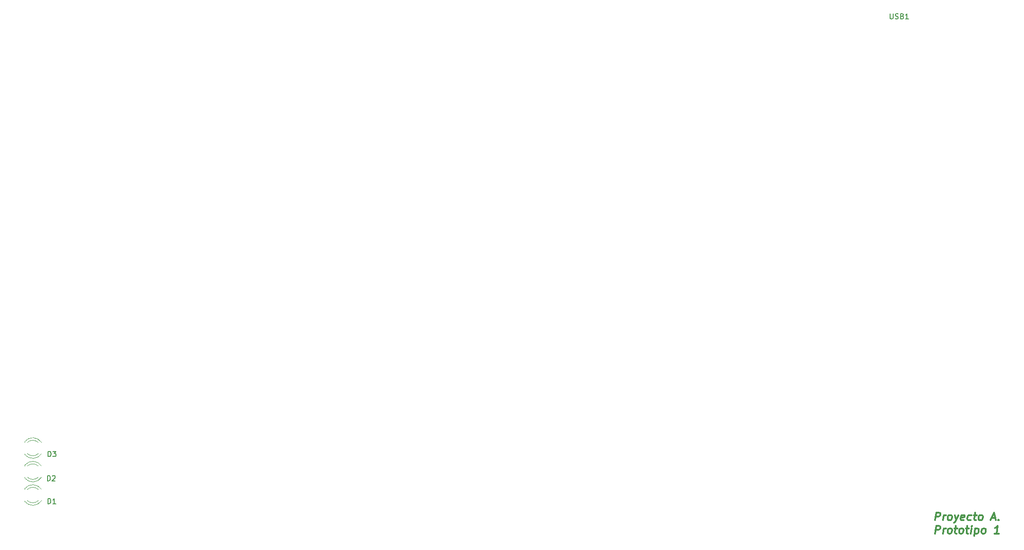
<source format=gbr>
%TF.GenerationSoftware,KiCad,Pcbnew,(5.1.6)-1*%
%TF.CreationDate,2020-07-07T18:39:20+02:00*%
%TF.ProjectId,Proyecto A,50726f79-6563-4746-9f20-412e6b696361,rev?*%
%TF.SameCoordinates,Original*%
%TF.FileFunction,Legend,Top*%
%TF.FilePolarity,Positive*%
%FSLAX46Y46*%
G04 Gerber Fmt 4.6, Leading zero omitted, Abs format (unit mm)*
G04 Created by KiCad (PCBNEW (5.1.6)-1) date 2020-07-07 18:39:20*
%MOMM*%
%LPD*%
G01*
G04 APERTURE LIST*
%ADD10C,0.300000*%
%ADD11C,0.120000*%
%ADD12C,0.150000*%
G04 APERTURE END LIST*
D10*
X238139900Y-93630571D02*
X238327400Y-92130571D01*
X238898828Y-92130571D01*
X239032757Y-92202000D01*
X239095257Y-92273428D01*
X239148828Y-92416285D01*
X239122042Y-92630571D01*
X239032757Y-92773428D01*
X238952400Y-92844857D01*
X238800614Y-92916285D01*
X238229185Y-92916285D01*
X239639900Y-93630571D02*
X239764900Y-92630571D01*
X239729185Y-92916285D02*
X239818471Y-92773428D01*
X239898828Y-92702000D01*
X240050614Y-92630571D01*
X240193471Y-92630571D01*
X240782757Y-93630571D02*
X240648828Y-93559142D01*
X240586328Y-93487714D01*
X240532757Y-93344857D01*
X240586328Y-92916285D01*
X240675614Y-92773428D01*
X240755971Y-92702000D01*
X240907757Y-92630571D01*
X241122042Y-92630571D01*
X241255971Y-92702000D01*
X241318471Y-92773428D01*
X241372042Y-92916285D01*
X241318471Y-93344857D01*
X241229185Y-93487714D01*
X241148828Y-93559142D01*
X240997042Y-93630571D01*
X240782757Y-93630571D01*
X241907757Y-92630571D02*
X242139900Y-93630571D01*
X242622042Y-92630571D02*
X242139900Y-93630571D01*
X241952400Y-93987714D01*
X241872042Y-94059142D01*
X241720257Y-94130571D01*
X243648828Y-93559142D02*
X243497042Y-93630571D01*
X243211328Y-93630571D01*
X243077400Y-93559142D01*
X243023828Y-93416285D01*
X243095257Y-92844857D01*
X243184542Y-92702000D01*
X243336328Y-92630571D01*
X243622042Y-92630571D01*
X243755971Y-92702000D01*
X243809542Y-92844857D01*
X243791685Y-92987714D01*
X243059542Y-93130571D01*
X245005971Y-93559142D02*
X244854185Y-93630571D01*
X244568471Y-93630571D01*
X244434542Y-93559142D01*
X244372042Y-93487714D01*
X244318471Y-93344857D01*
X244372042Y-92916285D01*
X244461328Y-92773428D01*
X244541685Y-92702000D01*
X244693471Y-92630571D01*
X244979185Y-92630571D01*
X245113114Y-92702000D01*
X245550614Y-92630571D02*
X246122042Y-92630571D01*
X245827400Y-92130571D02*
X245666685Y-93416285D01*
X245720257Y-93559142D01*
X245854185Y-93630571D01*
X245997042Y-93630571D01*
X246711328Y-93630571D02*
X246577400Y-93559142D01*
X246514900Y-93487714D01*
X246461328Y-93344857D01*
X246514900Y-92916285D01*
X246604185Y-92773428D01*
X246684542Y-92702000D01*
X246836328Y-92630571D01*
X247050614Y-92630571D01*
X247184542Y-92702000D01*
X247247042Y-92773428D01*
X247300614Y-92916285D01*
X247247042Y-93344857D01*
X247157757Y-93487714D01*
X247077400Y-93559142D01*
X246925614Y-93630571D01*
X246711328Y-93630571D01*
X248979185Y-93202000D02*
X249693471Y-93202000D01*
X248782757Y-93630571D02*
X249470257Y-92130571D01*
X249782757Y-93630571D01*
X250300614Y-93487714D02*
X250363114Y-93559142D01*
X250282757Y-93630571D01*
X250220257Y-93559142D01*
X250300614Y-93487714D01*
X250282757Y-93630571D01*
X238139900Y-96180571D02*
X238327400Y-94680571D01*
X238898828Y-94680571D01*
X239032757Y-94752000D01*
X239095257Y-94823428D01*
X239148828Y-94966285D01*
X239122042Y-95180571D01*
X239032757Y-95323428D01*
X238952400Y-95394857D01*
X238800614Y-95466285D01*
X238229185Y-95466285D01*
X239639900Y-96180571D02*
X239764900Y-95180571D01*
X239729185Y-95466285D02*
X239818471Y-95323428D01*
X239898828Y-95252000D01*
X240050614Y-95180571D01*
X240193471Y-95180571D01*
X240782757Y-96180571D02*
X240648828Y-96109142D01*
X240586328Y-96037714D01*
X240532757Y-95894857D01*
X240586328Y-95466285D01*
X240675614Y-95323428D01*
X240755971Y-95252000D01*
X240907757Y-95180571D01*
X241122042Y-95180571D01*
X241255971Y-95252000D01*
X241318471Y-95323428D01*
X241372042Y-95466285D01*
X241318471Y-95894857D01*
X241229185Y-96037714D01*
X241148828Y-96109142D01*
X240997042Y-96180571D01*
X240782757Y-96180571D01*
X241836328Y-95180571D02*
X242407757Y-95180571D01*
X242113114Y-94680571D02*
X241952400Y-95966285D01*
X242005971Y-96109142D01*
X242139900Y-96180571D01*
X242282757Y-96180571D01*
X242997042Y-96180571D02*
X242863114Y-96109142D01*
X242800614Y-96037714D01*
X242747042Y-95894857D01*
X242800614Y-95466285D01*
X242889900Y-95323428D01*
X242970257Y-95252000D01*
X243122042Y-95180571D01*
X243336328Y-95180571D01*
X243470257Y-95252000D01*
X243532757Y-95323428D01*
X243586328Y-95466285D01*
X243532757Y-95894857D01*
X243443471Y-96037714D01*
X243363114Y-96109142D01*
X243211328Y-96180571D01*
X242997042Y-96180571D01*
X244050614Y-95180571D02*
X244622042Y-95180571D01*
X244327400Y-94680571D02*
X244166685Y-95966285D01*
X244220257Y-96109142D01*
X244354185Y-96180571D01*
X244497042Y-96180571D01*
X244997042Y-96180571D02*
X245122042Y-95180571D01*
X245184542Y-94680571D02*
X245104185Y-94752000D01*
X245166685Y-94823428D01*
X245247042Y-94752000D01*
X245184542Y-94680571D01*
X245166685Y-94823428D01*
X245836328Y-95180571D02*
X245648828Y-96680571D01*
X245827400Y-95252000D02*
X245979185Y-95180571D01*
X246264900Y-95180571D01*
X246398828Y-95252000D01*
X246461328Y-95323428D01*
X246514900Y-95466285D01*
X246461328Y-95894857D01*
X246372042Y-96037714D01*
X246291685Y-96109142D01*
X246139900Y-96180571D01*
X245854185Y-96180571D01*
X245720257Y-96109142D01*
X247282757Y-96180571D02*
X247148828Y-96109142D01*
X247086328Y-96037714D01*
X247032757Y-95894857D01*
X247086328Y-95466285D01*
X247175614Y-95323428D01*
X247255971Y-95252000D01*
X247407757Y-95180571D01*
X247622042Y-95180571D01*
X247755971Y-95252000D01*
X247818471Y-95323428D01*
X247872042Y-95466285D01*
X247818471Y-95894857D01*
X247729185Y-96037714D01*
X247648828Y-96109142D01*
X247497042Y-96180571D01*
X247282757Y-96180571D01*
X250354185Y-96180571D02*
X249497042Y-96180571D01*
X249925614Y-96180571D02*
X250113114Y-94680571D01*
X249943471Y-94894857D01*
X249782757Y-95037714D01*
X249630971Y-95109142D01*
D11*
%TO.C,D2*%
X63110000Y-85340000D02*
X63110000Y-85496000D01*
X63110000Y-83024000D02*
X63110000Y-83180000D01*
X65711130Y-85339837D02*
G75*
G02*
X63629039Y-85340000I-1041130J1079837D01*
G01*
X65711130Y-83180163D02*
G75*
G03*
X63629039Y-83180000I-1041130J-1079837D01*
G01*
X66342335Y-85338608D02*
G75*
G02*
X63110000Y-85495516I-1672335J1078608D01*
G01*
X66342335Y-83181392D02*
G75*
G03*
X63110000Y-83024484I-1672335J-1078608D01*
G01*
%TO.C,D3*%
X63107400Y-80797000D02*
X63107400Y-80953000D01*
X63107400Y-78481000D02*
X63107400Y-78637000D01*
X65708530Y-80796837D02*
G75*
G02*
X63626439Y-80797000I-1041130J1079837D01*
G01*
X65708530Y-78637163D02*
G75*
G03*
X63626439Y-78637000I-1041130J-1079837D01*
G01*
X66339735Y-80795608D02*
G75*
G02*
X63107400Y-80952516I-1672335J1078608D01*
G01*
X66339735Y-78638392D02*
G75*
G03*
X63107400Y-78481484I-1672335J-1078608D01*
G01*
%TO.C,D1*%
X63107400Y-89847000D02*
X63107400Y-90003000D01*
X63107400Y-87531000D02*
X63107400Y-87687000D01*
X65708530Y-89846837D02*
G75*
G02*
X63626439Y-89847000I-1041130J1079837D01*
G01*
X65708530Y-87687163D02*
G75*
G03*
X63626439Y-87687000I-1041130J-1079837D01*
G01*
X66339735Y-89845608D02*
G75*
G02*
X63107400Y-90002516I-1672335J1078608D01*
G01*
X66339735Y-87688392D02*
G75*
G03*
X63107400Y-87531484I-1672335J-1078608D01*
G01*
%TO.C,USB1*%
D12*
X229464304Y3945619D02*
X229464304Y3136095D01*
X229511923Y3040857D01*
X229559542Y2993238D01*
X229654780Y2945619D01*
X229845257Y2945619D01*
X229940495Y2993238D01*
X229988114Y3040857D01*
X230035733Y3136095D01*
X230035733Y3945619D01*
X230464304Y2993238D02*
X230607161Y2945619D01*
X230845257Y2945619D01*
X230940495Y2993238D01*
X230988114Y3040857D01*
X231035733Y3136095D01*
X231035733Y3231333D01*
X230988114Y3326571D01*
X230940495Y3374190D01*
X230845257Y3421809D01*
X230654780Y3469428D01*
X230559542Y3517047D01*
X230511923Y3564666D01*
X230464304Y3659904D01*
X230464304Y3755142D01*
X230511923Y3850380D01*
X230559542Y3898000D01*
X230654780Y3945619D01*
X230892876Y3945619D01*
X231035733Y3898000D01*
X231797638Y3469428D02*
X231940495Y3421809D01*
X231988114Y3374190D01*
X232035733Y3278952D01*
X232035733Y3136095D01*
X231988114Y3040857D01*
X231940495Y2993238D01*
X231845257Y2945619D01*
X231464304Y2945619D01*
X231464304Y3945619D01*
X231797638Y3945619D01*
X231892876Y3898000D01*
X231940495Y3850380D01*
X231988114Y3755142D01*
X231988114Y3659904D01*
X231940495Y3564666D01*
X231892876Y3517047D01*
X231797638Y3469428D01*
X231464304Y3469428D01*
X232988114Y2945619D02*
X232416685Y2945619D01*
X232702400Y2945619D02*
X232702400Y3945619D01*
X232607161Y3802761D01*
X232511923Y3707523D01*
X232416685Y3659904D01*
%TO.C,D2*%
X67461904Y-86022380D02*
X67461904Y-85022380D01*
X67700000Y-85022380D01*
X67842857Y-85070000D01*
X67938095Y-85165238D01*
X67985714Y-85260476D01*
X68033333Y-85450952D01*
X68033333Y-85593809D01*
X67985714Y-85784285D01*
X67938095Y-85879523D01*
X67842857Y-85974761D01*
X67700000Y-86022380D01*
X67461904Y-86022380D01*
X68414285Y-85117619D02*
X68461904Y-85070000D01*
X68557142Y-85022380D01*
X68795238Y-85022380D01*
X68890476Y-85070000D01*
X68938095Y-85117619D01*
X68985714Y-85212857D01*
X68985714Y-85308095D01*
X68938095Y-85450952D01*
X68366666Y-86022380D01*
X68985714Y-86022380D01*
%TO.C,D3*%
X67609304Y-81349380D02*
X67609304Y-80349380D01*
X67847400Y-80349380D01*
X67990257Y-80397000D01*
X68085495Y-80492238D01*
X68133114Y-80587476D01*
X68180733Y-80777952D01*
X68180733Y-80920809D01*
X68133114Y-81111285D01*
X68085495Y-81206523D01*
X67990257Y-81301761D01*
X67847400Y-81349380D01*
X67609304Y-81349380D01*
X68514066Y-80349380D02*
X69133114Y-80349380D01*
X68799780Y-80730333D01*
X68942638Y-80730333D01*
X69037876Y-80777952D01*
X69085495Y-80825571D01*
X69133114Y-80920809D01*
X69133114Y-81158904D01*
X69085495Y-81254142D01*
X69037876Y-81301761D01*
X68942638Y-81349380D01*
X68656923Y-81349380D01*
X68561685Y-81301761D01*
X68514066Y-81254142D01*
%TO.C,D1*%
X67549304Y-90429380D02*
X67549304Y-89429380D01*
X67787400Y-89429380D01*
X67930257Y-89477000D01*
X68025495Y-89572238D01*
X68073114Y-89667476D01*
X68120733Y-89857952D01*
X68120733Y-90000809D01*
X68073114Y-90191285D01*
X68025495Y-90286523D01*
X67930257Y-90381761D01*
X67787400Y-90429380D01*
X67549304Y-90429380D01*
X69073114Y-90429380D02*
X68501685Y-90429380D01*
X68787400Y-90429380D02*
X68787400Y-89429380D01*
X68692161Y-89572238D01*
X68596923Y-89667476D01*
X68501685Y-89715095D01*
%TD*%
M02*

</source>
